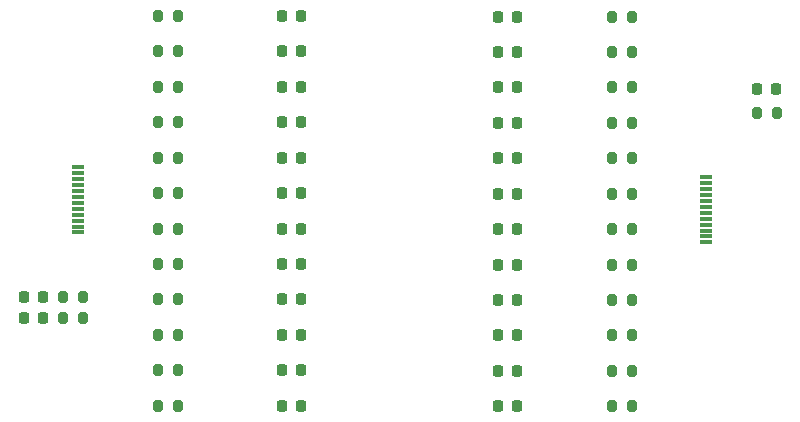
<source format=gbr>
%TF.GenerationSoftware,KiCad,Pcbnew,7.0.10*%
%TF.CreationDate,2024-02-08T12:53:37+00:00*%
%TF.ProjectId,USB-tester,5553422d-7465-4737-9465-722e6b696361,rev?*%
%TF.SameCoordinates,Original*%
%TF.FileFunction,Paste,Top*%
%TF.FilePolarity,Positive*%
%FSLAX46Y46*%
G04 Gerber Fmt 4.6, Leading zero omitted, Abs format (unit mm)*
G04 Created by KiCad (PCBNEW 7.0.10) date 2024-02-08 12:53:37*
%MOMM*%
%LPD*%
G01*
G04 APERTURE LIST*
G04 Aperture macros list*
%AMRoundRect*
0 Rectangle with rounded corners*
0 $1 Rounding radius*
0 $2 $3 $4 $5 $6 $7 $8 $9 X,Y pos of 4 corners*
0 Add a 4 corners polygon primitive as box body*
4,1,4,$2,$3,$4,$5,$6,$7,$8,$9,$2,$3,0*
0 Add four circle primitives for the rounded corners*
1,1,$1+$1,$2,$3*
1,1,$1+$1,$4,$5*
1,1,$1+$1,$6,$7*
1,1,$1+$1,$8,$9*
0 Add four rect primitives between the rounded corners*
20,1,$1+$1,$2,$3,$4,$5,0*
20,1,$1+$1,$4,$5,$6,$7,0*
20,1,$1+$1,$6,$7,$8,$9,0*
20,1,$1+$1,$8,$9,$2,$3,0*%
G04 Aperture macros list end*
%ADD10RoundRect,0.200000X0.200000X0.275000X-0.200000X0.275000X-0.200000X-0.275000X0.200000X-0.275000X0*%
%ADD11RoundRect,0.218750X0.218750X0.256250X-0.218750X0.256250X-0.218750X-0.256250X0.218750X-0.256250X0*%
%ADD12R,1.010000X0.300000*%
%ADD13RoundRect,0.200000X-0.200000X-0.275000X0.200000X-0.275000X0.200000X0.275000X-0.200000X0.275000X0*%
%ADD14RoundRect,0.218750X-0.218750X-0.256250X0.218750X-0.256250X0.218750X0.256250X-0.218750X0.256250X0*%
G04 APERTURE END LIST*
D10*
%TO.C,R9*%
X148373600Y-94107800D03*
X146723600Y-94107800D03*
%TD*%
D11*
%TO.C,B2*%
X158749900Y-115110000D03*
X157174900Y-115110000D03*
%TD*%
D10*
%TO.C,R6*%
X148373600Y-103107800D03*
X146723600Y-103107800D03*
%TD*%
D12*
%TO.C,USB1*%
X193095400Y-104273800D03*
X193095400Y-103773800D03*
X193095400Y-103273800D03*
X193095400Y-102773800D03*
X193095400Y-102273800D03*
X193095400Y-101773800D03*
X193095400Y-101273800D03*
X193095400Y-100773800D03*
X193095400Y-100273800D03*
X193095400Y-99773800D03*
X193095400Y-99273800D03*
X193095400Y-98773800D03*
%TD*%
D10*
%TO.C,R28*%
X140296400Y-108864400D03*
X138646400Y-108864400D03*
%TD*%
D11*
%TO.C,B8*%
X158749900Y-97110000D03*
X157174900Y-97110000D03*
%TD*%
%TO.C,D25*%
X199009100Y-91262200D03*
X197434100Y-91262200D03*
%TD*%
D13*
%TO.C,R19*%
X185153800Y-103158900D03*
X186803800Y-103158900D03*
%TD*%
D14*
%TO.C,A4*%
X175463000Y-94161200D03*
X177038000Y-94161200D03*
%TD*%
D10*
%TO.C,R3*%
X148373500Y-112107800D03*
X146723500Y-112107800D03*
%TD*%
%TO.C,R7*%
X148373600Y-100107800D03*
X146723600Y-100107800D03*
%TD*%
D14*
%TO.C,A10*%
X175463100Y-112161200D03*
X177038100Y-112161200D03*
%TD*%
%TO.C,A9*%
X175463000Y-109161200D03*
X177038000Y-109161200D03*
%TD*%
D12*
%TO.C,USB2*%
X139949400Y-97935600D03*
X139949400Y-98435600D03*
X139949400Y-98935600D03*
X139949400Y-99435600D03*
X139949400Y-99935600D03*
X139949400Y-100435600D03*
X139949400Y-100935600D03*
X139949400Y-101435600D03*
X139949400Y-101935600D03*
X139949400Y-102435600D03*
X139949400Y-102935600D03*
X139949400Y-103435600D03*
%TD*%
D14*
%TO.C,D2*%
X135356500Y-108864400D03*
X136931500Y-108864400D03*
%TD*%
D10*
%TO.C,R11*%
X148373600Y-88107800D03*
X146723600Y-88107800D03*
%TD*%
D11*
%TO.C,B12*%
X158750000Y-85110000D03*
X157175000Y-85110000D03*
%TD*%
D14*
%TO.C,A2*%
X175463100Y-88161200D03*
X177038100Y-88161200D03*
%TD*%
D13*
%TO.C,R15*%
X185153900Y-91158900D03*
X186803900Y-91158900D03*
%TD*%
D11*
%TO.C,B1*%
X158750000Y-118110000D03*
X157175000Y-118110000D03*
%TD*%
D13*
%TO.C,R25*%
X197422000Y-93319600D03*
X199072000Y-93319600D03*
%TD*%
D10*
%TO.C,R10*%
X148373600Y-91107800D03*
X146723600Y-91107800D03*
%TD*%
D13*
%TO.C,R24*%
X185153800Y-118158900D03*
X186803800Y-118158900D03*
%TD*%
D14*
%TO.C,A3*%
X175463000Y-91161200D03*
X177038000Y-91161200D03*
%TD*%
D11*
%TO.C,B6*%
X158750000Y-103110000D03*
X157175000Y-103110000D03*
%TD*%
D10*
%TO.C,R2*%
X148373600Y-115107800D03*
X146723600Y-115107800D03*
%TD*%
D13*
%TO.C,R13*%
X185153800Y-85158900D03*
X186803800Y-85158900D03*
%TD*%
%TO.C,R14*%
X185153800Y-88158900D03*
X186803800Y-88158900D03*
%TD*%
D10*
%TO.C,R8*%
X148373600Y-97107800D03*
X146723600Y-97107800D03*
%TD*%
D11*
%TO.C,B5*%
X158750000Y-106110000D03*
X157175000Y-106110000D03*
%TD*%
D14*
%TO.C,A1*%
X175463100Y-85161200D03*
X177038100Y-85161200D03*
%TD*%
D13*
%TO.C,R21*%
X185153900Y-109158900D03*
X186803900Y-109158900D03*
%TD*%
D14*
%TO.C,A7*%
X175463000Y-103161200D03*
X177038000Y-103161200D03*
%TD*%
D13*
%TO.C,R16*%
X185153900Y-94158900D03*
X186803900Y-94158900D03*
%TD*%
%TO.C,R17*%
X185153900Y-97158900D03*
X186803900Y-97158900D03*
%TD*%
D11*
%TO.C,B10*%
X158750000Y-91110000D03*
X157175000Y-91110000D03*
%TD*%
%TO.C,B9*%
X158750000Y-94110000D03*
X157175000Y-94110000D03*
%TD*%
D10*
%TO.C,R4*%
X148373600Y-109107800D03*
X146723600Y-109107800D03*
%TD*%
D14*
%TO.C,A11*%
X175463000Y-115161200D03*
X177038000Y-115161200D03*
%TD*%
D13*
%TO.C,R18*%
X185153900Y-100158900D03*
X186803900Y-100158900D03*
%TD*%
D14*
%TO.C,A6*%
X175463000Y-100161200D03*
X177038000Y-100161200D03*
%TD*%
%TO.C,A12*%
X175463100Y-118161200D03*
X177038100Y-118161200D03*
%TD*%
D10*
%TO.C,R12*%
X148373600Y-85107800D03*
X146723600Y-85107800D03*
%TD*%
D13*
%TO.C,R20*%
X185153900Y-106158900D03*
X186803900Y-106158900D03*
%TD*%
D14*
%TO.C,D1*%
X135356500Y-110693200D03*
X136931500Y-110693200D03*
%TD*%
D11*
%TO.C,B11*%
X158750000Y-88110000D03*
X157175000Y-88110000D03*
%TD*%
D10*
%TO.C,R26*%
X140321800Y-110718600D03*
X138671800Y-110718600D03*
%TD*%
D11*
%TO.C,B3*%
X158750000Y-112110000D03*
X157175000Y-112110000D03*
%TD*%
D14*
%TO.C,A5*%
X175463000Y-97161200D03*
X177038000Y-97161200D03*
%TD*%
%TO.C,A8*%
X175463000Y-106161200D03*
X177038000Y-106161200D03*
%TD*%
D10*
%TO.C,R1*%
X148373600Y-118107700D03*
X146723600Y-118107700D03*
%TD*%
D11*
%TO.C,B4*%
X158750000Y-109110000D03*
X157175000Y-109110000D03*
%TD*%
D13*
%TO.C,R23*%
X185153800Y-115158900D03*
X186803800Y-115158900D03*
%TD*%
%TO.C,R22*%
X185153900Y-112158900D03*
X186803900Y-112158900D03*
%TD*%
D11*
%TO.C,B7*%
X158750000Y-100110000D03*
X157175000Y-100110000D03*
%TD*%
D10*
%TO.C,R5*%
X148373500Y-106107800D03*
X146723500Y-106107800D03*
%TD*%
M02*

</source>
